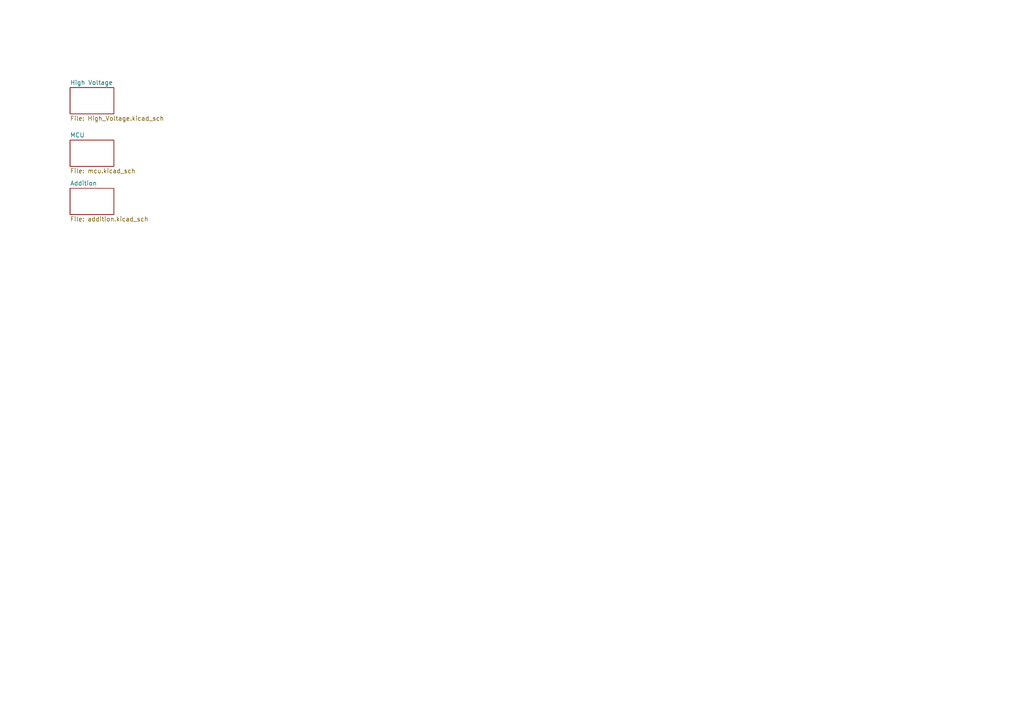
<source format=kicad_sch>
(kicad_sch
	(version 20250114)
	(generator "eeschema")
	(generator_version "9.0")
	(uuid "73fbfc2f-6207-4cf0-8939-c74998e2b107")
	(paper "A4")
	(lib_symbols)
	(sheet
		(at 20.32 40.64)
		(size 12.7 7.62)
		(exclude_from_sim no)
		(in_bom yes)
		(on_board yes)
		(dnp no)
		(fields_autoplaced yes)
		(stroke
			(width 0.1524)
			(type solid)
		)
		(fill
			(color 0 0 0 0.0000)
		)
		(uuid "629be109-3157-4c97-bc0b-0883143b5306")
		(property "Sheetname" "MCU"
			(at 20.32 39.9284 0)
			(effects
				(font
					(size 1.27 1.27)
				)
				(justify left bottom)
			)
		)
		(property "Sheetfile" "mcu.kicad_sch"
			(at 20.32 48.8446 0)
			(effects
				(font
					(size 1.27 1.27)
				)
				(justify left top)
			)
		)
		(instances
			(project "led_driver_220v_p3"
				(path "/73fbfc2f-6207-4cf0-8939-c74998e2b107"
					(page "2")
				)
			)
		)
	)
	(sheet
		(at 20.32 25.4)
		(size 12.7 7.62)
		(exclude_from_sim no)
		(in_bom yes)
		(on_board yes)
		(dnp no)
		(fields_autoplaced yes)
		(stroke
			(width 0.1524)
			(type solid)
		)
		(fill
			(color 0 0 0 0.0000)
		)
		(uuid "baa6b3cc-80da-4cf2-b890-2f2b3bcfba21")
		(property "Sheetname" "High Voltage"
			(at 20.32 24.6884 0)
			(effects
				(font
					(size 1.27 1.27)
				)
				(justify left bottom)
			)
		)
		(property "Sheetfile" "High_Voltage.kicad_sch"
			(at 20.32 33.6046 0)
			(effects
				(font
					(size 1.27 1.27)
				)
				(justify left top)
			)
		)
		(instances
			(project "led_driver_220v_p3"
				(path "/73fbfc2f-6207-4cf0-8939-c74998e2b107"
					(page "3")
				)
			)
		)
	)
	(sheet
		(at 20.32 54.61)
		(size 12.7 7.62)
		(exclude_from_sim no)
		(in_bom yes)
		(on_board yes)
		(dnp no)
		(fields_autoplaced yes)
		(stroke
			(width 0.1524)
			(type solid)
		)
		(fill
			(color 0 0 0 0.0000)
		)
		(uuid "d428b32d-6d2b-484f-a727-4bbeb5521592")
		(property "Sheetname" "Addition"
			(at 20.32 53.8984 0)
			(effects
				(font
					(size 1.27 1.27)
				)
				(justify left bottom)
			)
		)
		(property "Sheetfile" "addition.kicad_sch"
			(at 20.32 62.8146 0)
			(effects
				(font
					(size 1.27 1.27)
				)
				(justify left top)
			)
		)
		(instances
			(project "led_driver_220v_p3"
				(path "/73fbfc2f-6207-4cf0-8939-c74998e2b107"
					(page "4")
				)
			)
		)
	)
	(sheet_instances
		(path "/"
			(page "1")
		)
	)
	(embedded_fonts no)
)

</source>
